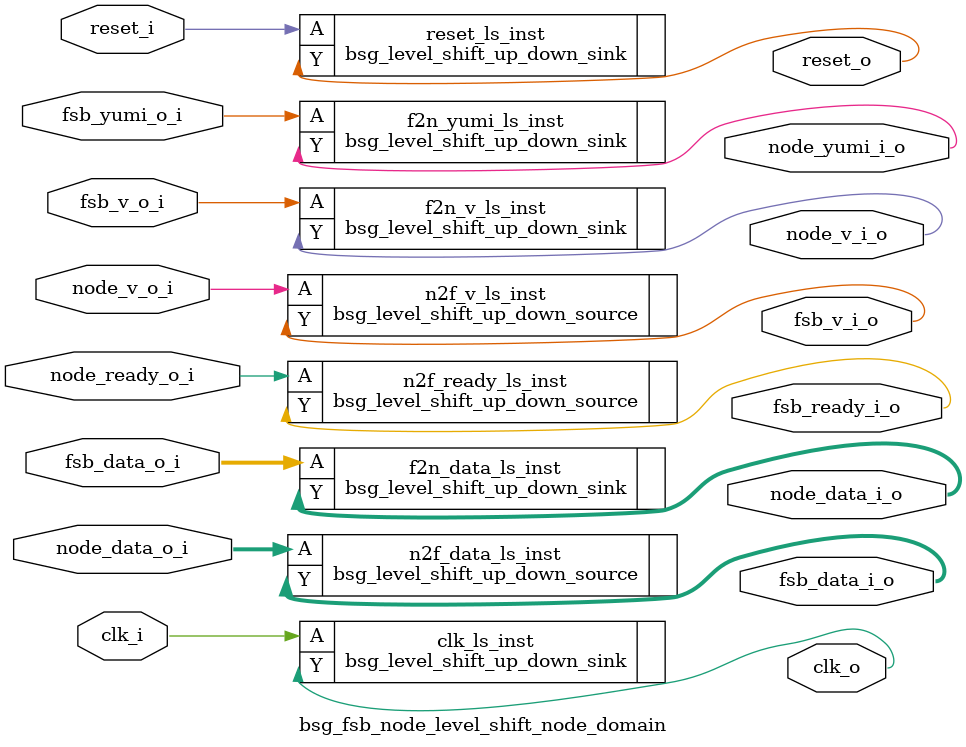
<source format=v>
module bsg_fsb_node_level_shift_node_domain #(parameter ring_width_p = "inv")
(
  input  clk_i,
  input  reset_i,

  output clk_o,
  output reset_o,

  //----- ATTACHED TO FSB -----//
  output                    fsb_v_i_o,
  output [ring_width_p-1:0] fsb_data_i_o,
  input                     fsb_yumi_o_i,

  input                     fsb_v_o_i,
  input  [ring_width_p-1:0] fsb_data_o_i,
  output                    fsb_ready_i_o,

  //----- ATTACHED TO NODE -----//
  output                    node_v_i_o,
  output [ring_width_p-1:0] node_data_i_o,
  input                     node_ready_o_i,

  input                     node_v_o_i,
  input  [ring_width_p-1:0] node_data_o_i,
  output                    node_yumi_i_o
);

// Level Shift Clock
bsg_level_shift_up_down_sink #(.width_p(1)) clk_ls_inst
(
  .A(clk_i),
  .Y(clk_o)
);

// Level Shift Reset
bsg_level_shift_up_down_sink #(.width_p(1)) reset_ls_inst
(
  .A(reset_i),
  .Y(reset_o)
);

// NODE v_o --> FSB v_i
bsg_level_shift_up_down_source #(.width_p(1)) n2f_v_ls_inst
(
  .A(node_v_o_i),
  .Y(fsb_v_i_o)
);

// NODE data_o --> FSB data_i
bsg_level_shift_up_down_source #(.width_p(ring_width_p)) n2f_data_ls_inst
(
  .A(node_data_o_i),
  .Y(fsb_data_i_o)
);

// FSB yumi_o --> NODE yumi_i
bsg_level_shift_up_down_sink #(.width_p(1)) f2n_yumi_ls_inst
(
  .A(fsb_yumi_o_i),
  .Y(node_yumi_i_o)
);

// FSB v_o --> NODE v_i
bsg_level_shift_up_down_sink #(.width_p(1)) f2n_v_ls_inst
(
  .A(fsb_v_o_i),
  .Y(node_v_i_o)
);

// FSB data_o --> NODE data_i
bsg_level_shift_up_down_sink #(.width_p(ring_width_p)) f2n_data_ls_inst
(
  .A(fsb_data_o_i),
  .Y(node_data_i_o)
);

// NODE ready_o --> FSB ready_i
bsg_level_shift_up_down_source #(.width_p(1)) n2f_ready_ls_inst
(
  .A(node_ready_o_i),
  .Y(fsb_ready_i_o)
);

endmodule

</source>
